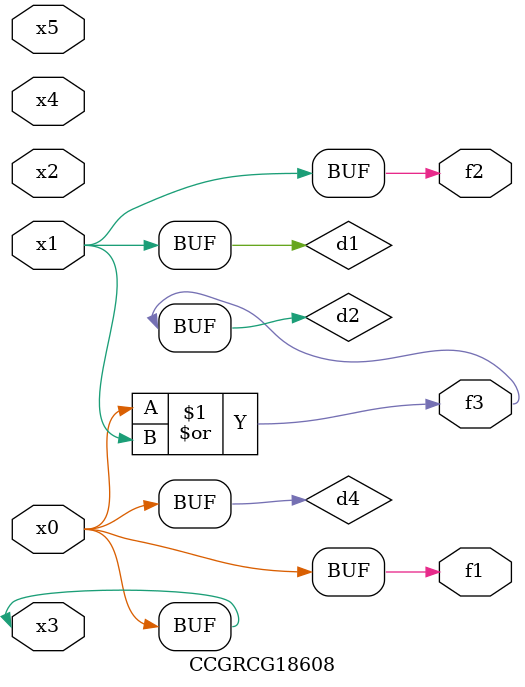
<source format=v>
module CCGRCG18608(
	input x0, x1, x2, x3, x4, x5,
	output f1, f2, f3
);

	wire d1, d2, d3, d4;

	and (d1, x1);
	or (d2, x0, x1);
	nand (d3, x0, x5);
	buf (d4, x0, x3);
	assign f1 = d4;
	assign f2 = d1;
	assign f3 = d2;
endmodule

</source>
